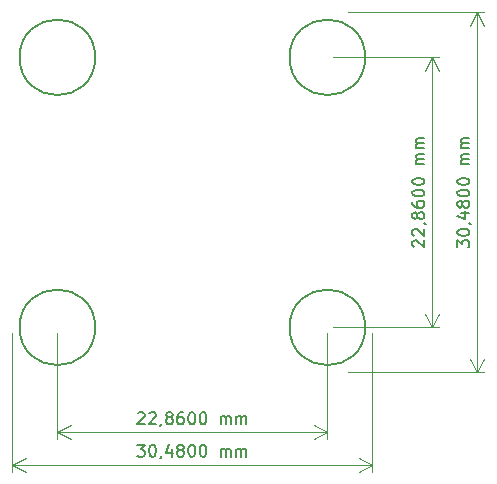
<source format=gbr>
%TF.GenerationSoftware,KiCad,Pcbnew,8.0.3-8.0.3-0~ubuntu22.04.1*%
%TF.CreationDate,2024-08-08T10:04:11+03:00*%
%TF.ProjectId,PM-Bus,504d2d42-7573-42e6-9b69-6361645f7063,rev?*%
%TF.SameCoordinates,Original*%
%TF.FileFunction,Other,Comment*%
%FSLAX46Y46*%
G04 Gerber Fmt 4.6, Leading zero omitted, Abs format (unit mm)*
G04 Created by KiCad (PCBNEW 8.0.3-8.0.3-0~ubuntu22.04.1) date 2024-08-08 10:04:11*
%MOMM*%
%LPD*%
G01*
G04 APERTURE LIST*
%ADD10C,0.150000*%
%ADD11C,0.100000*%
G04 APERTURE END LIST*
D10*
X71580953Y-110160057D02*
X71628572Y-110112438D01*
X71628572Y-110112438D02*
X71723810Y-110064819D01*
X71723810Y-110064819D02*
X71961905Y-110064819D01*
X71961905Y-110064819D02*
X72057143Y-110112438D01*
X72057143Y-110112438D02*
X72104762Y-110160057D01*
X72104762Y-110160057D02*
X72152381Y-110255295D01*
X72152381Y-110255295D02*
X72152381Y-110350533D01*
X72152381Y-110350533D02*
X72104762Y-110493390D01*
X72104762Y-110493390D02*
X71533334Y-111064819D01*
X71533334Y-111064819D02*
X72152381Y-111064819D01*
X72533334Y-110160057D02*
X72580953Y-110112438D01*
X72580953Y-110112438D02*
X72676191Y-110064819D01*
X72676191Y-110064819D02*
X72914286Y-110064819D01*
X72914286Y-110064819D02*
X73009524Y-110112438D01*
X73009524Y-110112438D02*
X73057143Y-110160057D01*
X73057143Y-110160057D02*
X73104762Y-110255295D01*
X73104762Y-110255295D02*
X73104762Y-110350533D01*
X73104762Y-110350533D02*
X73057143Y-110493390D01*
X73057143Y-110493390D02*
X72485715Y-111064819D01*
X72485715Y-111064819D02*
X73104762Y-111064819D01*
X73580953Y-111017200D02*
X73580953Y-111064819D01*
X73580953Y-111064819D02*
X73533334Y-111160057D01*
X73533334Y-111160057D02*
X73485715Y-111207676D01*
X74152381Y-110493390D02*
X74057143Y-110445771D01*
X74057143Y-110445771D02*
X74009524Y-110398152D01*
X74009524Y-110398152D02*
X73961905Y-110302914D01*
X73961905Y-110302914D02*
X73961905Y-110255295D01*
X73961905Y-110255295D02*
X74009524Y-110160057D01*
X74009524Y-110160057D02*
X74057143Y-110112438D01*
X74057143Y-110112438D02*
X74152381Y-110064819D01*
X74152381Y-110064819D02*
X74342857Y-110064819D01*
X74342857Y-110064819D02*
X74438095Y-110112438D01*
X74438095Y-110112438D02*
X74485714Y-110160057D01*
X74485714Y-110160057D02*
X74533333Y-110255295D01*
X74533333Y-110255295D02*
X74533333Y-110302914D01*
X74533333Y-110302914D02*
X74485714Y-110398152D01*
X74485714Y-110398152D02*
X74438095Y-110445771D01*
X74438095Y-110445771D02*
X74342857Y-110493390D01*
X74342857Y-110493390D02*
X74152381Y-110493390D01*
X74152381Y-110493390D02*
X74057143Y-110541009D01*
X74057143Y-110541009D02*
X74009524Y-110588628D01*
X74009524Y-110588628D02*
X73961905Y-110683866D01*
X73961905Y-110683866D02*
X73961905Y-110874342D01*
X73961905Y-110874342D02*
X74009524Y-110969580D01*
X74009524Y-110969580D02*
X74057143Y-111017200D01*
X74057143Y-111017200D02*
X74152381Y-111064819D01*
X74152381Y-111064819D02*
X74342857Y-111064819D01*
X74342857Y-111064819D02*
X74438095Y-111017200D01*
X74438095Y-111017200D02*
X74485714Y-110969580D01*
X74485714Y-110969580D02*
X74533333Y-110874342D01*
X74533333Y-110874342D02*
X74533333Y-110683866D01*
X74533333Y-110683866D02*
X74485714Y-110588628D01*
X74485714Y-110588628D02*
X74438095Y-110541009D01*
X74438095Y-110541009D02*
X74342857Y-110493390D01*
X75390476Y-110064819D02*
X75200000Y-110064819D01*
X75200000Y-110064819D02*
X75104762Y-110112438D01*
X75104762Y-110112438D02*
X75057143Y-110160057D01*
X75057143Y-110160057D02*
X74961905Y-110302914D01*
X74961905Y-110302914D02*
X74914286Y-110493390D01*
X74914286Y-110493390D02*
X74914286Y-110874342D01*
X74914286Y-110874342D02*
X74961905Y-110969580D01*
X74961905Y-110969580D02*
X75009524Y-111017200D01*
X75009524Y-111017200D02*
X75104762Y-111064819D01*
X75104762Y-111064819D02*
X75295238Y-111064819D01*
X75295238Y-111064819D02*
X75390476Y-111017200D01*
X75390476Y-111017200D02*
X75438095Y-110969580D01*
X75438095Y-110969580D02*
X75485714Y-110874342D01*
X75485714Y-110874342D02*
X75485714Y-110636247D01*
X75485714Y-110636247D02*
X75438095Y-110541009D01*
X75438095Y-110541009D02*
X75390476Y-110493390D01*
X75390476Y-110493390D02*
X75295238Y-110445771D01*
X75295238Y-110445771D02*
X75104762Y-110445771D01*
X75104762Y-110445771D02*
X75009524Y-110493390D01*
X75009524Y-110493390D02*
X74961905Y-110541009D01*
X74961905Y-110541009D02*
X74914286Y-110636247D01*
X76104762Y-110064819D02*
X76200000Y-110064819D01*
X76200000Y-110064819D02*
X76295238Y-110112438D01*
X76295238Y-110112438D02*
X76342857Y-110160057D01*
X76342857Y-110160057D02*
X76390476Y-110255295D01*
X76390476Y-110255295D02*
X76438095Y-110445771D01*
X76438095Y-110445771D02*
X76438095Y-110683866D01*
X76438095Y-110683866D02*
X76390476Y-110874342D01*
X76390476Y-110874342D02*
X76342857Y-110969580D01*
X76342857Y-110969580D02*
X76295238Y-111017200D01*
X76295238Y-111017200D02*
X76200000Y-111064819D01*
X76200000Y-111064819D02*
X76104762Y-111064819D01*
X76104762Y-111064819D02*
X76009524Y-111017200D01*
X76009524Y-111017200D02*
X75961905Y-110969580D01*
X75961905Y-110969580D02*
X75914286Y-110874342D01*
X75914286Y-110874342D02*
X75866667Y-110683866D01*
X75866667Y-110683866D02*
X75866667Y-110445771D01*
X75866667Y-110445771D02*
X75914286Y-110255295D01*
X75914286Y-110255295D02*
X75961905Y-110160057D01*
X75961905Y-110160057D02*
X76009524Y-110112438D01*
X76009524Y-110112438D02*
X76104762Y-110064819D01*
X77057143Y-110064819D02*
X77152381Y-110064819D01*
X77152381Y-110064819D02*
X77247619Y-110112438D01*
X77247619Y-110112438D02*
X77295238Y-110160057D01*
X77295238Y-110160057D02*
X77342857Y-110255295D01*
X77342857Y-110255295D02*
X77390476Y-110445771D01*
X77390476Y-110445771D02*
X77390476Y-110683866D01*
X77390476Y-110683866D02*
X77342857Y-110874342D01*
X77342857Y-110874342D02*
X77295238Y-110969580D01*
X77295238Y-110969580D02*
X77247619Y-111017200D01*
X77247619Y-111017200D02*
X77152381Y-111064819D01*
X77152381Y-111064819D02*
X77057143Y-111064819D01*
X77057143Y-111064819D02*
X76961905Y-111017200D01*
X76961905Y-111017200D02*
X76914286Y-110969580D01*
X76914286Y-110969580D02*
X76866667Y-110874342D01*
X76866667Y-110874342D02*
X76819048Y-110683866D01*
X76819048Y-110683866D02*
X76819048Y-110445771D01*
X76819048Y-110445771D02*
X76866667Y-110255295D01*
X76866667Y-110255295D02*
X76914286Y-110160057D01*
X76914286Y-110160057D02*
X76961905Y-110112438D01*
X76961905Y-110112438D02*
X77057143Y-110064819D01*
X78580953Y-111064819D02*
X78580953Y-110398152D01*
X78580953Y-110493390D02*
X78628572Y-110445771D01*
X78628572Y-110445771D02*
X78723810Y-110398152D01*
X78723810Y-110398152D02*
X78866667Y-110398152D01*
X78866667Y-110398152D02*
X78961905Y-110445771D01*
X78961905Y-110445771D02*
X79009524Y-110541009D01*
X79009524Y-110541009D02*
X79009524Y-111064819D01*
X79009524Y-110541009D02*
X79057143Y-110445771D01*
X79057143Y-110445771D02*
X79152381Y-110398152D01*
X79152381Y-110398152D02*
X79295238Y-110398152D01*
X79295238Y-110398152D02*
X79390477Y-110445771D01*
X79390477Y-110445771D02*
X79438096Y-110541009D01*
X79438096Y-110541009D02*
X79438096Y-111064819D01*
X79914286Y-111064819D02*
X79914286Y-110398152D01*
X79914286Y-110493390D02*
X79961905Y-110445771D01*
X79961905Y-110445771D02*
X80057143Y-110398152D01*
X80057143Y-110398152D02*
X80200000Y-110398152D01*
X80200000Y-110398152D02*
X80295238Y-110445771D01*
X80295238Y-110445771D02*
X80342857Y-110541009D01*
X80342857Y-110541009D02*
X80342857Y-111064819D01*
X80342857Y-110541009D02*
X80390476Y-110445771D01*
X80390476Y-110445771D02*
X80485714Y-110398152D01*
X80485714Y-110398152D02*
X80628571Y-110398152D01*
X80628571Y-110398152D02*
X80723810Y-110445771D01*
X80723810Y-110445771D02*
X80771429Y-110541009D01*
X80771429Y-110541009D02*
X80771429Y-111064819D01*
D11*
X64770000Y-103370000D02*
X64770000Y-112346420D01*
X87630000Y-112346420D02*
X87630000Y-103370000D01*
X64770000Y-111760000D02*
X87630000Y-111760000D01*
X64770000Y-111760000D02*
X87630000Y-111760000D01*
X64770000Y-111760000D02*
X65896504Y-111173579D01*
X64770000Y-111760000D02*
X65896504Y-112346421D01*
X87630000Y-111760000D02*
X86503496Y-112346421D01*
X87630000Y-111760000D02*
X86503496Y-111173579D01*
D10*
X94920057Y-96059046D02*
X94872438Y-96011427D01*
X94872438Y-96011427D02*
X94824819Y-95916189D01*
X94824819Y-95916189D02*
X94824819Y-95678094D01*
X94824819Y-95678094D02*
X94872438Y-95582856D01*
X94872438Y-95582856D02*
X94920057Y-95535237D01*
X94920057Y-95535237D02*
X95015295Y-95487618D01*
X95015295Y-95487618D02*
X95110533Y-95487618D01*
X95110533Y-95487618D02*
X95253390Y-95535237D01*
X95253390Y-95535237D02*
X95824819Y-96106665D01*
X95824819Y-96106665D02*
X95824819Y-95487618D01*
X94920057Y-95106665D02*
X94872438Y-95059046D01*
X94872438Y-95059046D02*
X94824819Y-94963808D01*
X94824819Y-94963808D02*
X94824819Y-94725713D01*
X94824819Y-94725713D02*
X94872438Y-94630475D01*
X94872438Y-94630475D02*
X94920057Y-94582856D01*
X94920057Y-94582856D02*
X95015295Y-94535237D01*
X95015295Y-94535237D02*
X95110533Y-94535237D01*
X95110533Y-94535237D02*
X95253390Y-94582856D01*
X95253390Y-94582856D02*
X95824819Y-95154284D01*
X95824819Y-95154284D02*
X95824819Y-94535237D01*
X95777200Y-94059046D02*
X95824819Y-94059046D01*
X95824819Y-94059046D02*
X95920057Y-94106665D01*
X95920057Y-94106665D02*
X95967676Y-94154284D01*
X95253390Y-93487618D02*
X95205771Y-93582856D01*
X95205771Y-93582856D02*
X95158152Y-93630475D01*
X95158152Y-93630475D02*
X95062914Y-93678094D01*
X95062914Y-93678094D02*
X95015295Y-93678094D01*
X95015295Y-93678094D02*
X94920057Y-93630475D01*
X94920057Y-93630475D02*
X94872438Y-93582856D01*
X94872438Y-93582856D02*
X94824819Y-93487618D01*
X94824819Y-93487618D02*
X94824819Y-93297142D01*
X94824819Y-93297142D02*
X94872438Y-93201904D01*
X94872438Y-93201904D02*
X94920057Y-93154285D01*
X94920057Y-93154285D02*
X95015295Y-93106666D01*
X95015295Y-93106666D02*
X95062914Y-93106666D01*
X95062914Y-93106666D02*
X95158152Y-93154285D01*
X95158152Y-93154285D02*
X95205771Y-93201904D01*
X95205771Y-93201904D02*
X95253390Y-93297142D01*
X95253390Y-93297142D02*
X95253390Y-93487618D01*
X95253390Y-93487618D02*
X95301009Y-93582856D01*
X95301009Y-93582856D02*
X95348628Y-93630475D01*
X95348628Y-93630475D02*
X95443866Y-93678094D01*
X95443866Y-93678094D02*
X95634342Y-93678094D01*
X95634342Y-93678094D02*
X95729580Y-93630475D01*
X95729580Y-93630475D02*
X95777200Y-93582856D01*
X95777200Y-93582856D02*
X95824819Y-93487618D01*
X95824819Y-93487618D02*
X95824819Y-93297142D01*
X95824819Y-93297142D02*
X95777200Y-93201904D01*
X95777200Y-93201904D02*
X95729580Y-93154285D01*
X95729580Y-93154285D02*
X95634342Y-93106666D01*
X95634342Y-93106666D02*
X95443866Y-93106666D01*
X95443866Y-93106666D02*
X95348628Y-93154285D01*
X95348628Y-93154285D02*
X95301009Y-93201904D01*
X95301009Y-93201904D02*
X95253390Y-93297142D01*
X94824819Y-92249523D02*
X94824819Y-92439999D01*
X94824819Y-92439999D02*
X94872438Y-92535237D01*
X94872438Y-92535237D02*
X94920057Y-92582856D01*
X94920057Y-92582856D02*
X95062914Y-92678094D01*
X95062914Y-92678094D02*
X95253390Y-92725713D01*
X95253390Y-92725713D02*
X95634342Y-92725713D01*
X95634342Y-92725713D02*
X95729580Y-92678094D01*
X95729580Y-92678094D02*
X95777200Y-92630475D01*
X95777200Y-92630475D02*
X95824819Y-92535237D01*
X95824819Y-92535237D02*
X95824819Y-92344761D01*
X95824819Y-92344761D02*
X95777200Y-92249523D01*
X95777200Y-92249523D02*
X95729580Y-92201904D01*
X95729580Y-92201904D02*
X95634342Y-92154285D01*
X95634342Y-92154285D02*
X95396247Y-92154285D01*
X95396247Y-92154285D02*
X95301009Y-92201904D01*
X95301009Y-92201904D02*
X95253390Y-92249523D01*
X95253390Y-92249523D02*
X95205771Y-92344761D01*
X95205771Y-92344761D02*
X95205771Y-92535237D01*
X95205771Y-92535237D02*
X95253390Y-92630475D01*
X95253390Y-92630475D02*
X95301009Y-92678094D01*
X95301009Y-92678094D02*
X95396247Y-92725713D01*
X94824819Y-91535237D02*
X94824819Y-91439999D01*
X94824819Y-91439999D02*
X94872438Y-91344761D01*
X94872438Y-91344761D02*
X94920057Y-91297142D01*
X94920057Y-91297142D02*
X95015295Y-91249523D01*
X95015295Y-91249523D02*
X95205771Y-91201904D01*
X95205771Y-91201904D02*
X95443866Y-91201904D01*
X95443866Y-91201904D02*
X95634342Y-91249523D01*
X95634342Y-91249523D02*
X95729580Y-91297142D01*
X95729580Y-91297142D02*
X95777200Y-91344761D01*
X95777200Y-91344761D02*
X95824819Y-91439999D01*
X95824819Y-91439999D02*
X95824819Y-91535237D01*
X95824819Y-91535237D02*
X95777200Y-91630475D01*
X95777200Y-91630475D02*
X95729580Y-91678094D01*
X95729580Y-91678094D02*
X95634342Y-91725713D01*
X95634342Y-91725713D02*
X95443866Y-91773332D01*
X95443866Y-91773332D02*
X95205771Y-91773332D01*
X95205771Y-91773332D02*
X95015295Y-91725713D01*
X95015295Y-91725713D02*
X94920057Y-91678094D01*
X94920057Y-91678094D02*
X94872438Y-91630475D01*
X94872438Y-91630475D02*
X94824819Y-91535237D01*
X94824819Y-90582856D02*
X94824819Y-90487618D01*
X94824819Y-90487618D02*
X94872438Y-90392380D01*
X94872438Y-90392380D02*
X94920057Y-90344761D01*
X94920057Y-90344761D02*
X95015295Y-90297142D01*
X95015295Y-90297142D02*
X95205771Y-90249523D01*
X95205771Y-90249523D02*
X95443866Y-90249523D01*
X95443866Y-90249523D02*
X95634342Y-90297142D01*
X95634342Y-90297142D02*
X95729580Y-90344761D01*
X95729580Y-90344761D02*
X95777200Y-90392380D01*
X95777200Y-90392380D02*
X95824819Y-90487618D01*
X95824819Y-90487618D02*
X95824819Y-90582856D01*
X95824819Y-90582856D02*
X95777200Y-90678094D01*
X95777200Y-90678094D02*
X95729580Y-90725713D01*
X95729580Y-90725713D02*
X95634342Y-90773332D01*
X95634342Y-90773332D02*
X95443866Y-90820951D01*
X95443866Y-90820951D02*
X95205771Y-90820951D01*
X95205771Y-90820951D02*
X95015295Y-90773332D01*
X95015295Y-90773332D02*
X94920057Y-90725713D01*
X94920057Y-90725713D02*
X94872438Y-90678094D01*
X94872438Y-90678094D02*
X94824819Y-90582856D01*
X95824819Y-89059046D02*
X95158152Y-89059046D01*
X95253390Y-89059046D02*
X95205771Y-89011427D01*
X95205771Y-89011427D02*
X95158152Y-88916189D01*
X95158152Y-88916189D02*
X95158152Y-88773332D01*
X95158152Y-88773332D02*
X95205771Y-88678094D01*
X95205771Y-88678094D02*
X95301009Y-88630475D01*
X95301009Y-88630475D02*
X95824819Y-88630475D01*
X95301009Y-88630475D02*
X95205771Y-88582856D01*
X95205771Y-88582856D02*
X95158152Y-88487618D01*
X95158152Y-88487618D02*
X95158152Y-88344761D01*
X95158152Y-88344761D02*
X95205771Y-88249522D01*
X95205771Y-88249522D02*
X95301009Y-88201903D01*
X95301009Y-88201903D02*
X95824819Y-88201903D01*
X95824819Y-87725713D02*
X95158152Y-87725713D01*
X95253390Y-87725713D02*
X95205771Y-87678094D01*
X95205771Y-87678094D02*
X95158152Y-87582856D01*
X95158152Y-87582856D02*
X95158152Y-87439999D01*
X95158152Y-87439999D02*
X95205771Y-87344761D01*
X95205771Y-87344761D02*
X95301009Y-87297142D01*
X95301009Y-87297142D02*
X95824819Y-87297142D01*
X95301009Y-87297142D02*
X95205771Y-87249523D01*
X95205771Y-87249523D02*
X95158152Y-87154285D01*
X95158152Y-87154285D02*
X95158152Y-87011428D01*
X95158152Y-87011428D02*
X95205771Y-86916189D01*
X95205771Y-86916189D02*
X95301009Y-86868570D01*
X95301009Y-86868570D02*
X95824819Y-86868570D01*
D11*
X88130000Y-80010000D02*
X97106420Y-80010000D01*
X97106420Y-102870000D02*
X88130000Y-102870000D01*
X96520000Y-80010000D02*
X96520000Y-102870000D01*
X96520000Y-80010000D02*
X96520000Y-102870000D01*
X96520000Y-80010000D02*
X97106421Y-81136504D01*
X96520000Y-80010000D02*
X95933579Y-81136504D01*
X96520000Y-102870000D02*
X95933579Y-101743496D01*
X96520000Y-102870000D02*
X97106421Y-101743496D01*
D10*
X71533334Y-112824819D02*
X72152381Y-112824819D01*
X72152381Y-112824819D02*
X71819048Y-113205771D01*
X71819048Y-113205771D02*
X71961905Y-113205771D01*
X71961905Y-113205771D02*
X72057143Y-113253390D01*
X72057143Y-113253390D02*
X72104762Y-113301009D01*
X72104762Y-113301009D02*
X72152381Y-113396247D01*
X72152381Y-113396247D02*
X72152381Y-113634342D01*
X72152381Y-113634342D02*
X72104762Y-113729580D01*
X72104762Y-113729580D02*
X72057143Y-113777200D01*
X72057143Y-113777200D02*
X71961905Y-113824819D01*
X71961905Y-113824819D02*
X71676191Y-113824819D01*
X71676191Y-113824819D02*
X71580953Y-113777200D01*
X71580953Y-113777200D02*
X71533334Y-113729580D01*
X72771429Y-112824819D02*
X72866667Y-112824819D01*
X72866667Y-112824819D02*
X72961905Y-112872438D01*
X72961905Y-112872438D02*
X73009524Y-112920057D01*
X73009524Y-112920057D02*
X73057143Y-113015295D01*
X73057143Y-113015295D02*
X73104762Y-113205771D01*
X73104762Y-113205771D02*
X73104762Y-113443866D01*
X73104762Y-113443866D02*
X73057143Y-113634342D01*
X73057143Y-113634342D02*
X73009524Y-113729580D01*
X73009524Y-113729580D02*
X72961905Y-113777200D01*
X72961905Y-113777200D02*
X72866667Y-113824819D01*
X72866667Y-113824819D02*
X72771429Y-113824819D01*
X72771429Y-113824819D02*
X72676191Y-113777200D01*
X72676191Y-113777200D02*
X72628572Y-113729580D01*
X72628572Y-113729580D02*
X72580953Y-113634342D01*
X72580953Y-113634342D02*
X72533334Y-113443866D01*
X72533334Y-113443866D02*
X72533334Y-113205771D01*
X72533334Y-113205771D02*
X72580953Y-113015295D01*
X72580953Y-113015295D02*
X72628572Y-112920057D01*
X72628572Y-112920057D02*
X72676191Y-112872438D01*
X72676191Y-112872438D02*
X72771429Y-112824819D01*
X73580953Y-113777200D02*
X73580953Y-113824819D01*
X73580953Y-113824819D02*
X73533334Y-113920057D01*
X73533334Y-113920057D02*
X73485715Y-113967676D01*
X74438095Y-113158152D02*
X74438095Y-113824819D01*
X74200000Y-112777200D02*
X73961905Y-113491485D01*
X73961905Y-113491485D02*
X74580952Y-113491485D01*
X75104762Y-113253390D02*
X75009524Y-113205771D01*
X75009524Y-113205771D02*
X74961905Y-113158152D01*
X74961905Y-113158152D02*
X74914286Y-113062914D01*
X74914286Y-113062914D02*
X74914286Y-113015295D01*
X74914286Y-113015295D02*
X74961905Y-112920057D01*
X74961905Y-112920057D02*
X75009524Y-112872438D01*
X75009524Y-112872438D02*
X75104762Y-112824819D01*
X75104762Y-112824819D02*
X75295238Y-112824819D01*
X75295238Y-112824819D02*
X75390476Y-112872438D01*
X75390476Y-112872438D02*
X75438095Y-112920057D01*
X75438095Y-112920057D02*
X75485714Y-113015295D01*
X75485714Y-113015295D02*
X75485714Y-113062914D01*
X75485714Y-113062914D02*
X75438095Y-113158152D01*
X75438095Y-113158152D02*
X75390476Y-113205771D01*
X75390476Y-113205771D02*
X75295238Y-113253390D01*
X75295238Y-113253390D02*
X75104762Y-113253390D01*
X75104762Y-113253390D02*
X75009524Y-113301009D01*
X75009524Y-113301009D02*
X74961905Y-113348628D01*
X74961905Y-113348628D02*
X74914286Y-113443866D01*
X74914286Y-113443866D02*
X74914286Y-113634342D01*
X74914286Y-113634342D02*
X74961905Y-113729580D01*
X74961905Y-113729580D02*
X75009524Y-113777200D01*
X75009524Y-113777200D02*
X75104762Y-113824819D01*
X75104762Y-113824819D02*
X75295238Y-113824819D01*
X75295238Y-113824819D02*
X75390476Y-113777200D01*
X75390476Y-113777200D02*
X75438095Y-113729580D01*
X75438095Y-113729580D02*
X75485714Y-113634342D01*
X75485714Y-113634342D02*
X75485714Y-113443866D01*
X75485714Y-113443866D02*
X75438095Y-113348628D01*
X75438095Y-113348628D02*
X75390476Y-113301009D01*
X75390476Y-113301009D02*
X75295238Y-113253390D01*
X76104762Y-112824819D02*
X76200000Y-112824819D01*
X76200000Y-112824819D02*
X76295238Y-112872438D01*
X76295238Y-112872438D02*
X76342857Y-112920057D01*
X76342857Y-112920057D02*
X76390476Y-113015295D01*
X76390476Y-113015295D02*
X76438095Y-113205771D01*
X76438095Y-113205771D02*
X76438095Y-113443866D01*
X76438095Y-113443866D02*
X76390476Y-113634342D01*
X76390476Y-113634342D02*
X76342857Y-113729580D01*
X76342857Y-113729580D02*
X76295238Y-113777200D01*
X76295238Y-113777200D02*
X76200000Y-113824819D01*
X76200000Y-113824819D02*
X76104762Y-113824819D01*
X76104762Y-113824819D02*
X76009524Y-113777200D01*
X76009524Y-113777200D02*
X75961905Y-113729580D01*
X75961905Y-113729580D02*
X75914286Y-113634342D01*
X75914286Y-113634342D02*
X75866667Y-113443866D01*
X75866667Y-113443866D02*
X75866667Y-113205771D01*
X75866667Y-113205771D02*
X75914286Y-113015295D01*
X75914286Y-113015295D02*
X75961905Y-112920057D01*
X75961905Y-112920057D02*
X76009524Y-112872438D01*
X76009524Y-112872438D02*
X76104762Y-112824819D01*
X77057143Y-112824819D02*
X77152381Y-112824819D01*
X77152381Y-112824819D02*
X77247619Y-112872438D01*
X77247619Y-112872438D02*
X77295238Y-112920057D01*
X77295238Y-112920057D02*
X77342857Y-113015295D01*
X77342857Y-113015295D02*
X77390476Y-113205771D01*
X77390476Y-113205771D02*
X77390476Y-113443866D01*
X77390476Y-113443866D02*
X77342857Y-113634342D01*
X77342857Y-113634342D02*
X77295238Y-113729580D01*
X77295238Y-113729580D02*
X77247619Y-113777200D01*
X77247619Y-113777200D02*
X77152381Y-113824819D01*
X77152381Y-113824819D02*
X77057143Y-113824819D01*
X77057143Y-113824819D02*
X76961905Y-113777200D01*
X76961905Y-113777200D02*
X76914286Y-113729580D01*
X76914286Y-113729580D02*
X76866667Y-113634342D01*
X76866667Y-113634342D02*
X76819048Y-113443866D01*
X76819048Y-113443866D02*
X76819048Y-113205771D01*
X76819048Y-113205771D02*
X76866667Y-113015295D01*
X76866667Y-113015295D02*
X76914286Y-112920057D01*
X76914286Y-112920057D02*
X76961905Y-112872438D01*
X76961905Y-112872438D02*
X77057143Y-112824819D01*
X78580953Y-113824819D02*
X78580953Y-113158152D01*
X78580953Y-113253390D02*
X78628572Y-113205771D01*
X78628572Y-113205771D02*
X78723810Y-113158152D01*
X78723810Y-113158152D02*
X78866667Y-113158152D01*
X78866667Y-113158152D02*
X78961905Y-113205771D01*
X78961905Y-113205771D02*
X79009524Y-113301009D01*
X79009524Y-113301009D02*
X79009524Y-113824819D01*
X79009524Y-113301009D02*
X79057143Y-113205771D01*
X79057143Y-113205771D02*
X79152381Y-113158152D01*
X79152381Y-113158152D02*
X79295238Y-113158152D01*
X79295238Y-113158152D02*
X79390477Y-113205771D01*
X79390477Y-113205771D02*
X79438096Y-113301009D01*
X79438096Y-113301009D02*
X79438096Y-113824819D01*
X79914286Y-113824819D02*
X79914286Y-113158152D01*
X79914286Y-113253390D02*
X79961905Y-113205771D01*
X79961905Y-113205771D02*
X80057143Y-113158152D01*
X80057143Y-113158152D02*
X80200000Y-113158152D01*
X80200000Y-113158152D02*
X80295238Y-113205771D01*
X80295238Y-113205771D02*
X80342857Y-113301009D01*
X80342857Y-113301009D02*
X80342857Y-113824819D01*
X80342857Y-113301009D02*
X80390476Y-113205771D01*
X80390476Y-113205771D02*
X80485714Y-113158152D01*
X80485714Y-113158152D02*
X80628571Y-113158152D01*
X80628571Y-113158152D02*
X80723810Y-113205771D01*
X80723810Y-113205771D02*
X80771429Y-113301009D01*
X80771429Y-113301009D02*
X80771429Y-113824819D01*
D11*
X60960000Y-103370000D02*
X60960000Y-115106420D01*
X91440000Y-115106420D02*
X91440000Y-103370000D01*
X60960000Y-114520000D02*
X91440000Y-114520000D01*
X60960000Y-114520000D02*
X91440000Y-114520000D01*
X60960000Y-114520000D02*
X62086504Y-113933579D01*
X60960000Y-114520000D02*
X62086504Y-115106421D01*
X91440000Y-114520000D02*
X90313496Y-115106421D01*
X91440000Y-114520000D02*
X90313496Y-113933579D01*
D10*
X98634819Y-96106665D02*
X98634819Y-95487618D01*
X98634819Y-95487618D02*
X99015771Y-95820951D01*
X99015771Y-95820951D02*
X99015771Y-95678094D01*
X99015771Y-95678094D02*
X99063390Y-95582856D01*
X99063390Y-95582856D02*
X99111009Y-95535237D01*
X99111009Y-95535237D02*
X99206247Y-95487618D01*
X99206247Y-95487618D02*
X99444342Y-95487618D01*
X99444342Y-95487618D02*
X99539580Y-95535237D01*
X99539580Y-95535237D02*
X99587200Y-95582856D01*
X99587200Y-95582856D02*
X99634819Y-95678094D01*
X99634819Y-95678094D02*
X99634819Y-95963808D01*
X99634819Y-95963808D02*
X99587200Y-96059046D01*
X99587200Y-96059046D02*
X99539580Y-96106665D01*
X98634819Y-94868570D02*
X98634819Y-94773332D01*
X98634819Y-94773332D02*
X98682438Y-94678094D01*
X98682438Y-94678094D02*
X98730057Y-94630475D01*
X98730057Y-94630475D02*
X98825295Y-94582856D01*
X98825295Y-94582856D02*
X99015771Y-94535237D01*
X99015771Y-94535237D02*
X99253866Y-94535237D01*
X99253866Y-94535237D02*
X99444342Y-94582856D01*
X99444342Y-94582856D02*
X99539580Y-94630475D01*
X99539580Y-94630475D02*
X99587200Y-94678094D01*
X99587200Y-94678094D02*
X99634819Y-94773332D01*
X99634819Y-94773332D02*
X99634819Y-94868570D01*
X99634819Y-94868570D02*
X99587200Y-94963808D01*
X99587200Y-94963808D02*
X99539580Y-95011427D01*
X99539580Y-95011427D02*
X99444342Y-95059046D01*
X99444342Y-95059046D02*
X99253866Y-95106665D01*
X99253866Y-95106665D02*
X99015771Y-95106665D01*
X99015771Y-95106665D02*
X98825295Y-95059046D01*
X98825295Y-95059046D02*
X98730057Y-95011427D01*
X98730057Y-95011427D02*
X98682438Y-94963808D01*
X98682438Y-94963808D02*
X98634819Y-94868570D01*
X99587200Y-94059046D02*
X99634819Y-94059046D01*
X99634819Y-94059046D02*
X99730057Y-94106665D01*
X99730057Y-94106665D02*
X99777676Y-94154284D01*
X98968152Y-93201904D02*
X99634819Y-93201904D01*
X98587200Y-93439999D02*
X99301485Y-93678094D01*
X99301485Y-93678094D02*
X99301485Y-93059047D01*
X99063390Y-92535237D02*
X99015771Y-92630475D01*
X99015771Y-92630475D02*
X98968152Y-92678094D01*
X98968152Y-92678094D02*
X98872914Y-92725713D01*
X98872914Y-92725713D02*
X98825295Y-92725713D01*
X98825295Y-92725713D02*
X98730057Y-92678094D01*
X98730057Y-92678094D02*
X98682438Y-92630475D01*
X98682438Y-92630475D02*
X98634819Y-92535237D01*
X98634819Y-92535237D02*
X98634819Y-92344761D01*
X98634819Y-92344761D02*
X98682438Y-92249523D01*
X98682438Y-92249523D02*
X98730057Y-92201904D01*
X98730057Y-92201904D02*
X98825295Y-92154285D01*
X98825295Y-92154285D02*
X98872914Y-92154285D01*
X98872914Y-92154285D02*
X98968152Y-92201904D01*
X98968152Y-92201904D02*
X99015771Y-92249523D01*
X99015771Y-92249523D02*
X99063390Y-92344761D01*
X99063390Y-92344761D02*
X99063390Y-92535237D01*
X99063390Y-92535237D02*
X99111009Y-92630475D01*
X99111009Y-92630475D02*
X99158628Y-92678094D01*
X99158628Y-92678094D02*
X99253866Y-92725713D01*
X99253866Y-92725713D02*
X99444342Y-92725713D01*
X99444342Y-92725713D02*
X99539580Y-92678094D01*
X99539580Y-92678094D02*
X99587200Y-92630475D01*
X99587200Y-92630475D02*
X99634819Y-92535237D01*
X99634819Y-92535237D02*
X99634819Y-92344761D01*
X99634819Y-92344761D02*
X99587200Y-92249523D01*
X99587200Y-92249523D02*
X99539580Y-92201904D01*
X99539580Y-92201904D02*
X99444342Y-92154285D01*
X99444342Y-92154285D02*
X99253866Y-92154285D01*
X99253866Y-92154285D02*
X99158628Y-92201904D01*
X99158628Y-92201904D02*
X99111009Y-92249523D01*
X99111009Y-92249523D02*
X99063390Y-92344761D01*
X98634819Y-91535237D02*
X98634819Y-91439999D01*
X98634819Y-91439999D02*
X98682438Y-91344761D01*
X98682438Y-91344761D02*
X98730057Y-91297142D01*
X98730057Y-91297142D02*
X98825295Y-91249523D01*
X98825295Y-91249523D02*
X99015771Y-91201904D01*
X99015771Y-91201904D02*
X99253866Y-91201904D01*
X99253866Y-91201904D02*
X99444342Y-91249523D01*
X99444342Y-91249523D02*
X99539580Y-91297142D01*
X99539580Y-91297142D02*
X99587200Y-91344761D01*
X99587200Y-91344761D02*
X99634819Y-91439999D01*
X99634819Y-91439999D02*
X99634819Y-91535237D01*
X99634819Y-91535237D02*
X99587200Y-91630475D01*
X99587200Y-91630475D02*
X99539580Y-91678094D01*
X99539580Y-91678094D02*
X99444342Y-91725713D01*
X99444342Y-91725713D02*
X99253866Y-91773332D01*
X99253866Y-91773332D02*
X99015771Y-91773332D01*
X99015771Y-91773332D02*
X98825295Y-91725713D01*
X98825295Y-91725713D02*
X98730057Y-91678094D01*
X98730057Y-91678094D02*
X98682438Y-91630475D01*
X98682438Y-91630475D02*
X98634819Y-91535237D01*
X98634819Y-90582856D02*
X98634819Y-90487618D01*
X98634819Y-90487618D02*
X98682438Y-90392380D01*
X98682438Y-90392380D02*
X98730057Y-90344761D01*
X98730057Y-90344761D02*
X98825295Y-90297142D01*
X98825295Y-90297142D02*
X99015771Y-90249523D01*
X99015771Y-90249523D02*
X99253866Y-90249523D01*
X99253866Y-90249523D02*
X99444342Y-90297142D01*
X99444342Y-90297142D02*
X99539580Y-90344761D01*
X99539580Y-90344761D02*
X99587200Y-90392380D01*
X99587200Y-90392380D02*
X99634819Y-90487618D01*
X99634819Y-90487618D02*
X99634819Y-90582856D01*
X99634819Y-90582856D02*
X99587200Y-90678094D01*
X99587200Y-90678094D02*
X99539580Y-90725713D01*
X99539580Y-90725713D02*
X99444342Y-90773332D01*
X99444342Y-90773332D02*
X99253866Y-90820951D01*
X99253866Y-90820951D02*
X99015771Y-90820951D01*
X99015771Y-90820951D02*
X98825295Y-90773332D01*
X98825295Y-90773332D02*
X98730057Y-90725713D01*
X98730057Y-90725713D02*
X98682438Y-90678094D01*
X98682438Y-90678094D02*
X98634819Y-90582856D01*
X99634819Y-89059046D02*
X98968152Y-89059046D01*
X99063390Y-89059046D02*
X99015771Y-89011427D01*
X99015771Y-89011427D02*
X98968152Y-88916189D01*
X98968152Y-88916189D02*
X98968152Y-88773332D01*
X98968152Y-88773332D02*
X99015771Y-88678094D01*
X99015771Y-88678094D02*
X99111009Y-88630475D01*
X99111009Y-88630475D02*
X99634819Y-88630475D01*
X99111009Y-88630475D02*
X99015771Y-88582856D01*
X99015771Y-88582856D02*
X98968152Y-88487618D01*
X98968152Y-88487618D02*
X98968152Y-88344761D01*
X98968152Y-88344761D02*
X99015771Y-88249522D01*
X99015771Y-88249522D02*
X99111009Y-88201903D01*
X99111009Y-88201903D02*
X99634819Y-88201903D01*
X99634819Y-87725713D02*
X98968152Y-87725713D01*
X99063390Y-87725713D02*
X99015771Y-87678094D01*
X99015771Y-87678094D02*
X98968152Y-87582856D01*
X98968152Y-87582856D02*
X98968152Y-87439999D01*
X98968152Y-87439999D02*
X99015771Y-87344761D01*
X99015771Y-87344761D02*
X99111009Y-87297142D01*
X99111009Y-87297142D02*
X99634819Y-87297142D01*
X99111009Y-87297142D02*
X99015771Y-87249523D01*
X99015771Y-87249523D02*
X98968152Y-87154285D01*
X98968152Y-87154285D02*
X98968152Y-87011428D01*
X98968152Y-87011428D02*
X99015771Y-86916189D01*
X99015771Y-86916189D02*
X99111009Y-86868570D01*
X99111009Y-86868570D02*
X99634819Y-86868570D01*
D11*
X89400000Y-76200000D02*
X100916420Y-76200000D01*
X100916420Y-106680000D02*
X89400000Y-106680000D01*
X100330000Y-76200000D02*
X100330000Y-106680000D01*
X100330000Y-76200000D02*
X100330000Y-106680000D01*
X100330000Y-76200000D02*
X100916421Y-77326504D01*
X100330000Y-76200000D02*
X99743579Y-77326504D01*
X100330000Y-106680000D02*
X99743579Y-105553496D01*
X100330000Y-106680000D02*
X100916421Y-105553496D01*
D10*
%TO.C,H1*%
X67970000Y-80010000D02*
G75*
G02*
X61570000Y-80010000I-3200000J0D01*
G01*
X61570000Y-80010000D02*
G75*
G02*
X67970000Y-80010000I3200000J0D01*
G01*
%TO.C,H3*%
X90830000Y-102870000D02*
G75*
G02*
X84430000Y-102870000I-3200000J0D01*
G01*
X84430000Y-102870000D02*
G75*
G02*
X90830000Y-102870000I3200000J0D01*
G01*
%TO.C,H2*%
X90830000Y-80010000D02*
G75*
G02*
X84430000Y-80010000I-3200000J0D01*
G01*
X84430000Y-80010000D02*
G75*
G02*
X90830000Y-80010000I3200000J0D01*
G01*
%TO.C,H4*%
X67970000Y-102870000D02*
G75*
G02*
X61570000Y-102870000I-3200000J0D01*
G01*
X61570000Y-102870000D02*
G75*
G02*
X67970000Y-102870000I3200000J0D01*
G01*
%TD*%
M02*

</source>
